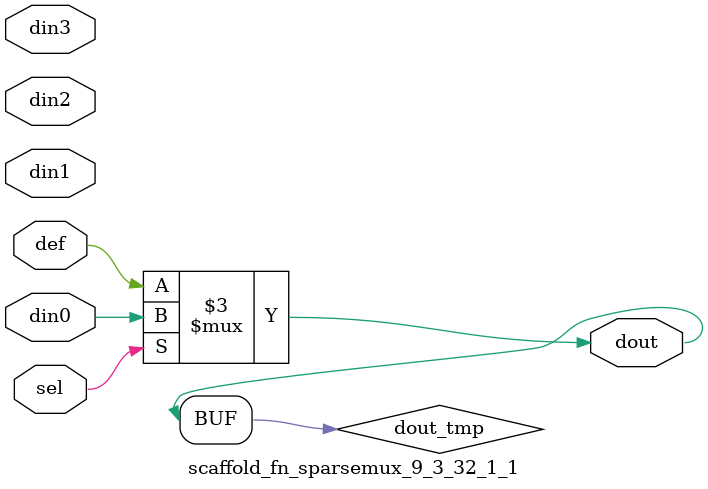
<source format=v>
`timescale 1ns / 1ps

module scaffold_fn_sparsemux_9_3_32_1_1 (din0,din1,din2,din3,def,sel,dout);

parameter din0_WIDTH = 1;

parameter din1_WIDTH = 1;

parameter din2_WIDTH = 1;

parameter din3_WIDTH = 1;

parameter def_WIDTH = 1;
parameter sel_WIDTH = 1;
parameter dout_WIDTH = 1;

parameter [sel_WIDTH-1:0] CASE0 = 1;

parameter [sel_WIDTH-1:0] CASE1 = 1;

parameter [sel_WIDTH-1:0] CASE2 = 1;

parameter [sel_WIDTH-1:0] CASE3 = 1;

parameter ID = 1;
parameter NUM_STAGE = 1;



input [din0_WIDTH-1:0] din0;

input [din1_WIDTH-1:0] din1;

input [din2_WIDTH-1:0] din2;

input [din3_WIDTH-1:0] din3;

input [def_WIDTH-1:0] def;
input [sel_WIDTH-1:0] sel;

output [dout_WIDTH-1:0] dout;



reg [dout_WIDTH-1:0] dout_tmp;


always @ (*) begin
(* parallel_case *) case (sel)
    
    CASE0 : dout_tmp = din0;
    
    CASE1 : dout_tmp = din1;
    
    CASE2 : dout_tmp = din2;
    
    CASE3 : dout_tmp = din3;
    
    default : dout_tmp = def;
endcase
end


assign dout = dout_tmp;



endmodule

</source>
